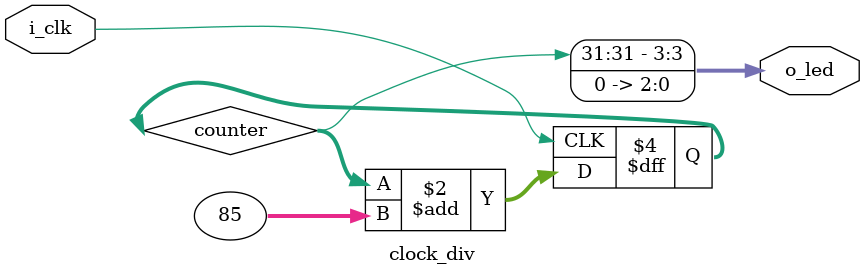
<source format=v>
`default_nettype none

module clock_div(i_clk, o_led);

    input wire i_clk;
    output wire [3:0] o_led;

    parameter WIDTH = 32;
    parameter CLOCK_HZ = 50_000_000;

    // Diving the nominator and denominator by 4 to keep that withion 32-bit ariphmetic
    parameter INCREMENT = (1 << (WIDTH-2))/(CLOCK_HZ/4);

    reg [WIDTH-1:0] counter;

    initial counter = 0;

    assign o_led[3] = counter[WIDTH-1];
    assign o_led[2] = 0;
    assign o_led[1] = 0;
    assign o_led[0] = 0;

    always @(posedge i_clk)
    begin
        counter <= counter + INCREMENT;        
    end

endmodule

</source>
